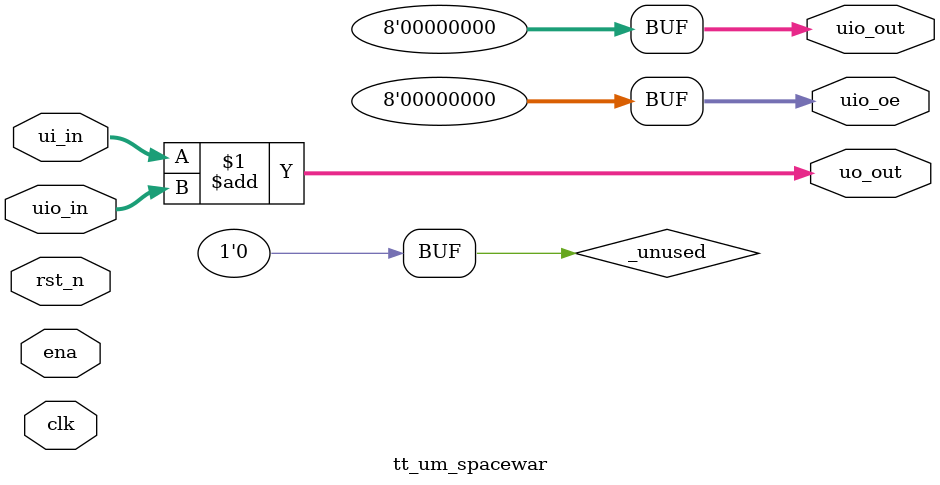
<source format=v>
/*
 * Copyright (c) 2025 Nicklaus Thompson
 * SPDX-License-Identifier: Apache-2.0
 */

`default_nettype none

module tt_um_spacewar (
    input  wire [7:0] ui_in,    // Dedicated inputs
    output wire [7:0] uo_out,   // Dedicated outputs
    input  wire [7:0] uio_in,   // IOs: Input path
    output wire [7:0] uio_out,  // IOs: Output path
    output wire [7:0] uio_oe,   // IOs: Enable path (active high: 0=input, 1=output)
    input  wire       ena,      // always 1 when the design is powered, so you can ignore it
    input  wire       clk,      // clock
    input  wire       rst_n     // reset_n - low to reset
);

  // All output pins must be assigned. If not used, assign to 0.
  assign uo_out  = ui_in + uio_in;  // Example: ou_out is the sum of ui_in and uio_in
  assign uio_out = 0;
  assign uio_oe  = 0;

  // List all unused inputs to prevent warnings
  wire _unused = &{ena, clk, rst_n, 1'b0};

endmodule

</source>
